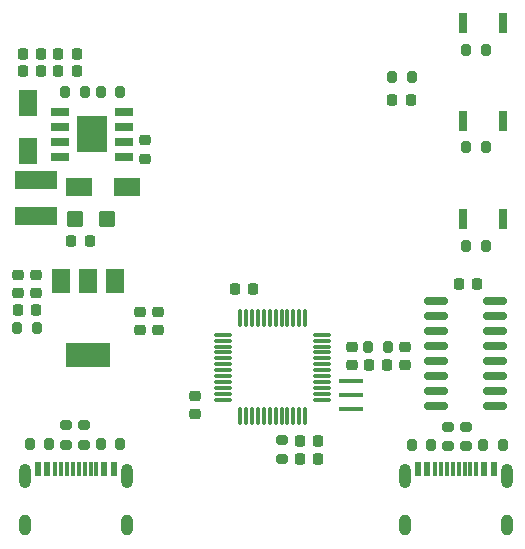
<source format=gtp>
G04 EasyEDA Pro v1.9.28, 2023-01-14 19:19:00*
G04 Gerber Generator version 0.3*%TF.GenerationSoftware,KiCad,Pcbnew,7.0.5*%
%TF.CreationDate,2023-08-17T05:26:57+08:00*%
%TF.ProjectId,TMC2209_TestBoard,544d4332-3230-4395-9f54-657374426f61,rev?*%
%TF.SameCoordinates,Original*%
%TF.FileFunction,Paste,Top*%
%TF.FilePolarity,Positive*%
%FSLAX46Y46*%
G04 Gerber Fmt 4.6, Leading zero omitted, Abs format (unit mm)*
G04 Created by KiCad (PCBNEW 7.0.5) date 2023-08-17 05:26:57*
%MOMM*%
%LPD*%
G01*
G04 APERTURE LIST*
G04 Aperture macros list*
%AMRoundRect*
0 Rectangle with rounded corners*
0 $1 Rounding radius*
0 $2 $3 $4 $5 $6 $7 $8 $9 X,Y pos of 4 corners*
0 Add a 4 corners polygon primitive as box body*
4,1,4,$2,$3,$4,$5,$6,$7,$8,$9,$2,$3,0*
0 Add four circle primitives for the rounded corners*
1,1,$1+$1,$2,$3*
1,1,$1+$1,$4,$5*
1,1,$1+$1,$6,$7*
1,1,$1+$1,$8,$9*
0 Add four rect primitives between the rounded corners*
20,1,$1+$1,$2,$3,$4,$5,0*
20,1,$1+$1,$4,$5,$6,$7,0*
20,1,$1+$1,$6,$7,$8,$9,0*
20,1,$1+$1,$8,$9,$2,$3,0*%
G04 Aperture macros list end*
%ADD10R,0.600000X1.150000*%
%ADD11R,0.300000X1.150000*%
%ADD12O,1.000000X2.100000*%
%ADD13O,1.000000X1.800000*%
%ADD14RoundRect,0.075000X0.662500X0.075000X-0.662500X0.075000X-0.662500X-0.075000X0.662500X-0.075000X0*%
%ADD15RoundRect,0.075000X0.075000X0.662500X-0.075000X0.662500X-0.075000X-0.662500X0.075000X-0.662500X0*%
%ADD16R,3.600000X1.500000*%
%ADD17RoundRect,0.200000X0.200000X0.275000X-0.200000X0.275000X-0.200000X-0.275000X0.200000X-0.275000X0*%
%ADD18RoundRect,0.225000X0.225000X0.250000X-0.225000X0.250000X-0.225000X-0.250000X0.225000X-0.250000X0*%
%ADD19RoundRect,0.250000X-0.450000X-0.425000X0.450000X-0.425000X0.450000X0.425000X-0.450000X0.425000X0*%
%ADD20RoundRect,0.225000X0.250000X-0.225000X0.250000X0.225000X-0.250000X0.225000X-0.250000X-0.225000X0*%
%ADD21R,2.200000X1.550000*%
%ADD22R,1.525000X0.650000*%
%ADD23R,2.600000X3.100000*%
%ADD24R,2.100000X0.400000*%
%ADD25RoundRect,0.218750X-0.218750X-0.256250X0.218750X-0.256250X0.218750X0.256250X-0.218750X0.256250X0*%
%ADD26RoundRect,0.225000X-0.225000X-0.250000X0.225000X-0.250000X0.225000X0.250000X-0.225000X0.250000X0*%
%ADD27RoundRect,0.200000X-0.200000X-0.275000X0.200000X-0.275000X0.200000X0.275000X-0.200000X0.275000X0*%
%ADD28RoundRect,0.200000X-0.275000X0.200000X-0.275000X-0.200000X0.275000X-0.200000X0.275000X0.200000X0*%
%ADD29RoundRect,0.225000X-0.250000X0.225000X-0.250000X-0.225000X0.250000X-0.225000X0.250000X0.225000X0*%
%ADD30R,0.800000X1.700000*%
%ADD31RoundRect,0.200000X0.275000X-0.200000X0.275000X0.200000X-0.275000X0.200000X-0.275000X-0.200000X0*%
%ADD32R,1.550000X2.200000*%
%ADD33RoundRect,0.218750X0.218750X0.256250X-0.218750X0.256250X-0.218750X-0.256250X0.218750X-0.256250X0*%
%ADD34RoundRect,0.150000X-0.825000X-0.150000X0.825000X-0.150000X0.825000X0.150000X-0.825000X0.150000X0*%
%ADD35R,1.500000X2.000000*%
%ADD36R,3.800000X2.000000*%
G04 APERTURE END LIST*
D10*
%TO.C,J6*%
X81400000Y-82070000D03*
X82200000Y-82070000D03*
D11*
X83350000Y-82070000D03*
X84350000Y-82070000D03*
X84850000Y-82070000D03*
X85850000Y-82070000D03*
D10*
X87000000Y-82070000D03*
X87800000Y-82070000D03*
X87800000Y-82070000D03*
X87000000Y-82070000D03*
D11*
X86350000Y-82070000D03*
X85350000Y-82070000D03*
X83850000Y-82070000D03*
X82850000Y-82070000D03*
D10*
X82200000Y-82070000D03*
X81400000Y-82070000D03*
D12*
X80280000Y-82645000D03*
D13*
X80280000Y-86825000D03*
D12*
X88920000Y-82645000D03*
D13*
X88920000Y-86825000D03*
%TD*%
D14*
%TO.C,U1*%
X105432500Y-76190000D03*
X105432500Y-75690000D03*
X105432500Y-75190000D03*
X105432500Y-74690000D03*
X105432500Y-74190000D03*
X105432500Y-73690000D03*
X105432500Y-73190000D03*
X105432500Y-72690000D03*
X105432500Y-72190000D03*
X105432500Y-71690000D03*
X105432500Y-71190000D03*
X105432500Y-70690000D03*
D15*
X104020000Y-69277500D03*
X103520000Y-69277500D03*
X103020000Y-69277500D03*
X102520000Y-69277500D03*
X102020000Y-69277500D03*
X101520000Y-69277500D03*
X101020000Y-69277500D03*
X100520000Y-69277500D03*
X100020000Y-69277500D03*
X99520000Y-69277500D03*
X99020000Y-69277500D03*
X98520000Y-69277500D03*
D14*
X97107500Y-70690000D03*
X97107500Y-71190000D03*
X97107500Y-71690000D03*
X97107500Y-72190000D03*
X97107500Y-72690000D03*
X97107500Y-73190000D03*
X97107500Y-73690000D03*
X97107500Y-74190000D03*
X97107500Y-74690000D03*
X97107500Y-75190000D03*
X97107500Y-75690000D03*
X97107500Y-76190000D03*
D15*
X98520000Y-77602500D03*
X99020000Y-77602500D03*
X99520000Y-77602500D03*
X100020000Y-77602500D03*
X100520000Y-77602500D03*
X101020000Y-77602500D03*
X101520000Y-77602500D03*
X102020000Y-77602500D03*
X102520000Y-77602500D03*
X103020000Y-77602500D03*
X103520000Y-77602500D03*
X104020000Y-77602500D03*
%TD*%
D16*
%TO.C,L1*%
X81212000Y-57550000D03*
X81212000Y-60600000D03*
%TD*%
D17*
%TO.C,R6*%
X119300000Y-54760000D03*
X117650000Y-54760000D03*
%TD*%
D18*
%TO.C,C11*%
X81690000Y-46900000D03*
X80140000Y-46900000D03*
%TD*%
D19*
%TO.C,C12*%
X84525000Y-60890000D03*
X87225000Y-60890000D03*
%TD*%
D20*
%TO.C,C9*%
X90490000Y-55790000D03*
X90490000Y-54240000D03*
%TD*%
D21*
%TO.C,D2*%
X84880000Y-58180000D03*
X88980000Y-58180000D03*
%TD*%
D22*
%TO.C,IC1*%
X88694000Y-55640000D03*
X88694000Y-54370000D03*
X88694000Y-53100000D03*
X88694000Y-51830000D03*
X83270000Y-51830000D03*
X83270000Y-53100000D03*
X83270000Y-54370000D03*
X83270000Y-55640000D03*
D23*
X85982000Y-53735000D03*
%TD*%
D24*
%TO.C,R2*%
X107944430Y-74612570D03*
X107944430Y-75812570D03*
X107944430Y-77012570D03*
%TD*%
D25*
%TO.C,D4*%
X79695000Y-68640000D03*
X81270000Y-68640000D03*
%TD*%
D17*
%TO.C,R11*%
X120740000Y-80065000D03*
X119090000Y-80065000D03*
%TD*%
D26*
%TO.C,C13*%
X83130000Y-46900000D03*
X84680000Y-46900000D03*
%TD*%
D27*
%TO.C,R9*%
X83705000Y-50150000D03*
X85355000Y-50150000D03*
%TD*%
D28*
%TO.C,R12*%
X116150000Y-78490000D03*
X116150000Y-80140000D03*
%TD*%
D29*
%TO.C,C16*%
X79720000Y-65595000D03*
X79720000Y-67145000D03*
%TD*%
D30*
%TO.C,S3*%
X120770000Y-60930000D03*
X117370000Y-60930000D03*
%TD*%
D31*
%TO.C,R3*%
X102040000Y-81250000D03*
X102040000Y-79600000D03*
%TD*%
D29*
%TO.C,C17*%
X81230000Y-65595000D03*
X81230000Y-67145000D03*
%TD*%
D32*
%TO.C,D3*%
X80570000Y-55130000D03*
X80570000Y-51030000D03*
%TD*%
D30*
%TO.C,S2*%
X120770000Y-52610000D03*
X117370000Y-52610000D03*
%TD*%
D17*
%TO.C,R1*%
X111030000Y-71720000D03*
X109380000Y-71720000D03*
%TD*%
D27*
%TO.C,R15*%
X80725000Y-79920000D03*
X82375000Y-79920000D03*
%TD*%
D33*
%TO.C,D1*%
X112967500Y-50820000D03*
X111392500Y-50820000D03*
%TD*%
D17*
%TO.C,R14*%
X81295000Y-70150000D03*
X79645000Y-70150000D03*
%TD*%
D26*
%TO.C,C4*%
X109430000Y-73220000D03*
X110980000Y-73220000D03*
%TD*%
D10*
%TO.C,J5*%
X113570000Y-82070000D03*
X114370000Y-82070000D03*
D11*
X115520000Y-82070000D03*
X116520000Y-82070000D03*
X117020000Y-82070000D03*
X118020000Y-82070000D03*
D10*
X119170000Y-82070000D03*
X119970000Y-82070000D03*
X119970000Y-82070000D03*
X119170000Y-82070000D03*
D11*
X118520000Y-82070000D03*
X117520000Y-82070000D03*
X116020000Y-82070000D03*
X115020000Y-82070000D03*
D10*
X114370000Y-82070000D03*
X113570000Y-82070000D03*
D12*
X112450000Y-82645000D03*
D13*
X112450000Y-86825000D03*
D12*
X121090000Y-82645000D03*
D13*
X121090000Y-86825000D03*
%TD*%
D29*
%TO.C,C3*%
X107950000Y-71695000D03*
X107950000Y-73245000D03*
%TD*%
D20*
%TO.C,C18*%
X91570000Y-70285000D03*
X91570000Y-68735000D03*
%TD*%
D18*
%TO.C,C8*%
X118590000Y-66370000D03*
X117040000Y-66370000D03*
%TD*%
D17*
%TO.C,R5*%
X119300000Y-46550000D03*
X117650000Y-46550000D03*
%TD*%
D20*
%TO.C,C1*%
X94660000Y-77425000D03*
X94660000Y-75875000D03*
%TD*%
D17*
%TO.C,R16*%
X88380000Y-79920000D03*
X86730000Y-79920000D03*
%TD*%
D28*
%TO.C,R17*%
X83800000Y-78345000D03*
X83800000Y-79995000D03*
%TD*%
D17*
%TO.C,R4*%
X113045000Y-48830000D03*
X111395000Y-48830000D03*
%TD*%
D20*
%TO.C,C7*%
X112460000Y-73245000D03*
X112460000Y-71695000D03*
%TD*%
D18*
%TO.C,C6*%
X105105000Y-81190000D03*
X103555000Y-81190000D03*
%TD*%
D34*
%TO.C,U2*%
X115135000Y-67865000D03*
X115135000Y-69135000D03*
X115135000Y-70405000D03*
X115135000Y-71675000D03*
X115135000Y-72945000D03*
X115135000Y-74215000D03*
X115135000Y-75485000D03*
X115135000Y-76755000D03*
X120085000Y-76755000D03*
X120085000Y-75485000D03*
X120085000Y-74215000D03*
X120085000Y-72945000D03*
X120085000Y-71675000D03*
X120085000Y-70405000D03*
X120085000Y-69135000D03*
X120085000Y-67865000D03*
%TD*%
D18*
%TO.C,C2*%
X105105000Y-79660000D03*
X103555000Y-79660000D03*
%TD*%
%TO.C,C15*%
X81690000Y-48397500D03*
X80140000Y-48397500D03*
%TD*%
D28*
%TO.C,R18*%
X85310000Y-78345000D03*
X85310000Y-79995000D03*
%TD*%
D17*
%TO.C,R7*%
X119300000Y-63170000D03*
X117650000Y-63170000D03*
%TD*%
D26*
%TO.C,C10*%
X84235000Y-62740000D03*
X85785000Y-62740000D03*
%TD*%
D35*
%TO.C,U3*%
X87960000Y-66140000D03*
X85660000Y-66140000D03*
D36*
X85660000Y-72440000D03*
D35*
X83360000Y-66140000D03*
%TD*%
D26*
%TO.C,C5*%
X98085000Y-66860000D03*
X99635000Y-66860000D03*
%TD*%
%TO.C,C14*%
X83130000Y-48397500D03*
X84680000Y-48397500D03*
%TD*%
D20*
%TO.C,C19*%
X90050000Y-70285000D03*
X90050000Y-68735000D03*
%TD*%
D27*
%TO.C,R8*%
X86720000Y-50150000D03*
X88370000Y-50150000D03*
%TD*%
D30*
%TO.C,S1*%
X120770000Y-44270000D03*
X117370000Y-44270000D03*
%TD*%
D28*
%TO.C,R13*%
X117660000Y-78490000D03*
X117660000Y-80140000D03*
%TD*%
D27*
%TO.C,R10*%
X113065000Y-80065000D03*
X114715000Y-80065000D03*
%TD*%
M02*

</source>
